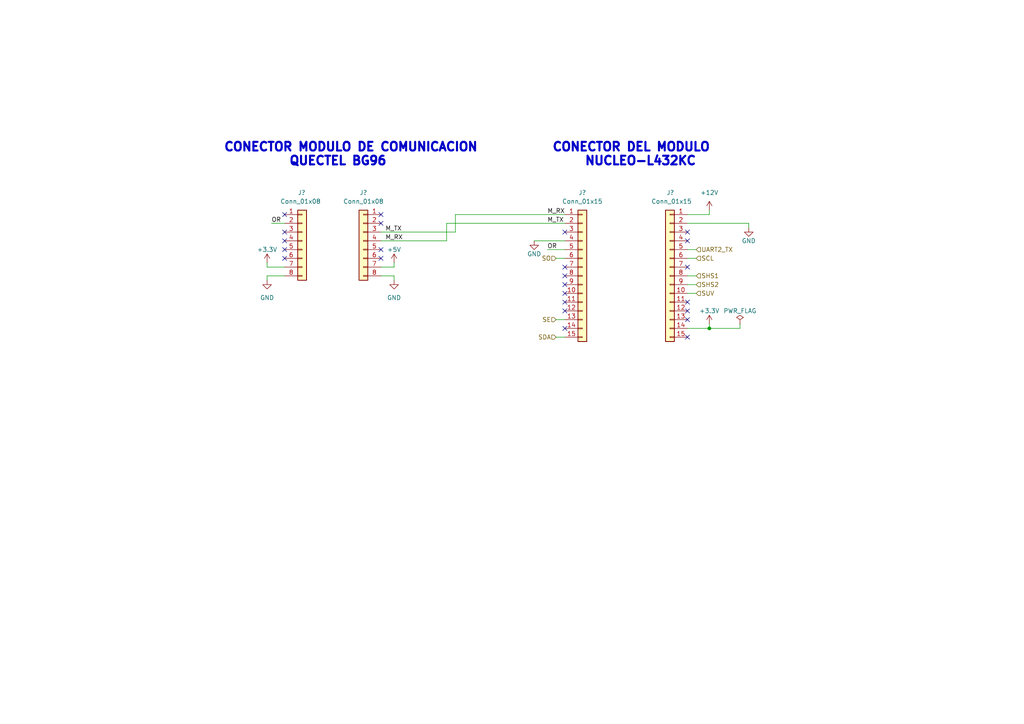
<source format=kicad_sch>
(kicad_sch (version 20230121) (generator eeschema)
  (paper "A4")
  (lib_symbols
    (symbol "Connector_Generic:Conn_01x08" (pin_names (offset 1.016) hide)
      (property "Reference" "J" (at 0 10.16 0))
      (property "Value" "Conn_01x08" (at 0 -12.7 0))
      (symbol "Conn_01x08_1_1"
        (rectangle (start -1.27 -10.033) (end 0 -10.287) (stroke (width 0.1524)))
        (rectangle (start -1.27 -7.493) (end 0 -7.747) (stroke (width 0.1524)))
        (rectangle (start -1.27 -4.953) (end 0 -5.207) (stroke (width 0.1524)))
        (rectangle (start -1.27 -2.413) (end 0 -2.667) (stroke (width 0.1524)))
        (rectangle (start -1.27 0.127) (end 0 -0.127) (stroke (width 0.1524)))
        (rectangle (start -1.27 2.667) (end 0 2.413) (stroke (width 0.1524)))
        (rectangle (start -1.27 5.207) (end 0 4.953) (stroke (width 0.1524)))
        (rectangle (start -1.27 7.747) (end 0 7.493) (stroke (width 0.1524)))
        (rectangle (start -1.27 8.89) (end 1.27 -11.43) (stroke (width 0.254)) (fill (type background)))
        (pin passive line (at -5.08 7.62 0) (length 3.81) (name "Pin_1") (number "1"))
        (pin passive line (at -5.08 5.08 0) (length 3.81) (name "Pin_2") (number "2"))
        (pin passive line (at -5.08 2.54 0) (length 3.81) (name "Pin_3") (number "3"))
        (pin passive line (at -5.08 0 0) (length 3.81) (name "Pin_4") (number "4"))
        (pin passive line (at -5.08 -2.54 0) (length 3.81) (name "Pin_5") (number "5"))
        (pin passive line (at -5.08 -5.08 0) (length 3.81) (name "Pin_6") (number "6"))
        (pin passive line (at -5.08 -7.62 0) (length 3.81) (name "Pin_7") (number "7"))
        (pin passive line (at -5.08 -10.16 0) (length 3.81) (name "Pin_8") (number "8"))
      )
    )
    (symbol "Connector_Generic:Conn_01x15" (pin_names (offset 1.016) hide)
      (property "Reference" "J" (at 0 20.32 0))
      (property "Value" "Conn_01x15" (at 0 -20.32 0))
      (symbol "Conn_01x15_1_1"
        (rectangle (start -1.27 -17.653) (end 0 -17.907) (stroke (width 0.1524)))
        (rectangle (start -1.27 -15.113) (end 0 -15.367) (stroke (width 0.1524)))
        (rectangle (start -1.27 -12.573) (end 0 -12.827) (stroke (width 0.1524)))
        (rectangle (start -1.27 -10.033) (end 0 -10.287) (stroke (width 0.1524)))
        (rectangle (start -1.27 -7.493) (end 0 -7.747) (stroke (width 0.1524)))
        (rectangle (start -1.27 -4.953) (end 0 -5.207) (stroke (width 0.1524)))
        (rectangle (start -1.27 -2.413) (end 0 -2.667) (stroke (width 0.1524)))
        (rectangle (start -1.27 0.127) (end 0 -0.127) (stroke (width 0.1524)))
        (rectangle (start -1.27 2.667) (end 0 2.413) (stroke (width 0.1524)))
        (rectangle (start -1.27 5.207) (end 0 4.953) (stroke (width 0.1524)))
        (rectangle (start -1.27 7.747) (end 0 7.493) (stroke (width 0.1524)))
        (rectangle (start -1.27 10.287) (end 0 10.033) (stroke (width 0.1524)))
        (rectangle (start -1.27 12.827) (end 0 12.573) (stroke (width 0.1524)))
        (rectangle (start -1.27 15.367) (end 0 15.113) (stroke (width 0.1524)))
        (rectangle (start -1.27 17.907) (end 0 17.653) (stroke (width 0.1524)))
        (rectangle (start -1.27 19.05) (end 1.27 -19.05) (stroke (width 0.254)) (fill (type background)))
        (pin passive line (at -5.08 17.78 0) (length 3.81) (name "Pin_1") (number "1"))
        (pin passive line (at -5.08 -5.08 0) (length 3.81) (name "Pin_10") (number "10"))
        (pin passive line (at -5.08 -7.62 0) (length 3.81) (name "Pin_11") (number "11"))
        (pin passive line (at -5.08 -10.16 0) (length 3.81) (name "Pin_12") (number "12"))
        (pin passive line (at -5.08 -12.7 0) (length 3.81) (name "Pin_13") (number "13"))
        (pin passive line (at -5.08 -15.24 0) (length 3.81) (name "Pin_14") (number "14"))
        (pin passive line (at -5.08 -17.78 0) (length 3.81) (name "Pin_15") (number "15"))
        (pin passive line (at -5.08 15.24 0) (length 3.81) (name "Pin_2") (number "2"))
        (pin passive line (at -5.08 12.7 0) (length 3.81) (name "Pin_3") (number "3"))
        (pin passive line (at -5.08 10.16 0) (length 3.81) (name "Pin_4") (number "4"))
        (pin passive line (at -5.08 7.62 0) (length 3.81) (name "Pin_5") (number "5"))
        (pin passive line (at -5.08 5.08 0) (length 3.81) (name "Pin_6") (number "6"))
        (pin passive line (at -5.08 2.54 0) (length 3.81) (name "Pin_7") (number "7"))
        (pin passive line (at -5.08 0 0) (length 3.81) (name "Pin_8") (number "8"))
        (pin passive line (at -5.08 -2.54 0) (length 3.81) (name "Pin_9") (number "9"))
      )
    )
    (symbol "power:+12V" (power) (pin_names (offset 0))
      (property "Value" "+12V" (at 0 3.556 0))
      (symbol "+12V_0_1"
        (polyline (pts (xy -0.762 1.27) (xy 0 2.54)))
        (polyline (pts (xy 0 0) (xy 0 2.54)))
        (polyline (pts (xy 0 2.54) (xy 0.762 1.27)))
      )
      (symbol "+12V_1_1"
        (pin power_in line (at 0 0 90) (length 0) hide (name "+12V") (number "1"))
      )
    )
    (symbol "power:+3.3V" (power) (pin_names (offset 0))
      (property "Value" "+3.3V" (at 0 3.556 0))
      (symbol "+3.3V_0_1"
        (polyline (pts (xy -0.762 1.27) (xy 0 2.54)))
        (polyline (pts (xy 0 0) (xy 0 2.54)))
        (polyline (pts (xy 0 2.54) (xy 0.762 1.27)))
      )
      (symbol "+3.3V_1_1"
        (pin power_in line (at 0 0 90) (length 0) hide (name "+3.3V") (number "1"))
      )
    )
    (symbol "power:+5V" (power) (pin_names (offset 0))
      (property "Value" "+5V" (at 0 3.556 0))
      (symbol "+5V_0_1"
        (polyline (pts (xy -0.762 1.27) (xy 0 2.54)))
        (polyline (pts (xy 0 0) (xy 0 2.54)))
        (polyline (pts (xy 0 2.54) (xy 0.762 1.27)))
      )
      (symbol "+5V_1_1"
        (pin power_in line (at 0 0 90) (length 0) hide (name "+5V") (number "1"))
      )
    )
    (symbol "power:GND" (power) (pin_names (offset 0))
      (property "Value" "GND" (at 0 -3.81 0))
      (symbol "GND_0_1"
        (polyline (pts (xy 0 0) (xy 0 -1.27) (xy 1.27 -1.27) (xy 0 -2.54) (xy -1.27 -1.27) (xy 0 -1.27)))
      )
      (symbol "GND_1_1"
        (pin power_in line (at 0 0 270) (length 0) hide (name "GND") (number "1"))
      )
    )
    (symbol "power:PWR_FLAG" (power) (pin_numbers hide) (pin_names (offset 0) hide)
      (property "Value" "PWR_FLAG" (at 0 3.81 0))
      (symbol "PWR_FLAG_0_0"
        (pin power_out line (at 0 0 90) (length 0) (name "pwr") (number "1"))
      )
      (symbol "PWR_FLAG_0_1"
        (polyline (pts (xy 0 0) (xy 0 1.27) (xy -1.016 1.905) (xy 0 2.54) (xy 1.016 1.905) (xy 0 1.27)))
      )
    )
  )
  (junction (at 205.74 95.25))
  (no_connect (at 110.49 74.93))
  (no_connect (at 82.55 62.23))
  (no_connect (at 163.83 90.17))
  (no_connect (at 82.55 69.85))
  (no_connect (at 199.39 69.85))
  (no_connect (at 199.39 67.31))
  (no_connect (at 110.49 62.23))
  (no_connect (at 82.55 67.31))
  (no_connect (at 199.39 90.17))
  (no_connect (at 199.39 92.71))
  (no_connect (at 199.39 77.47))
  (no_connect (at 163.83 67.31))
  (no_connect (at 163.83 82.55))
  (no_connect (at 163.83 77.47))
  (no_connect (at 163.83 85.09))
  (no_connect (at 199.39 97.79))
  (no_connect (at 110.49 72.39))
  (no_connect (at 163.83 95.25))
  (no_connect (at 199.39 87.63))
  (no_connect (at 82.55 72.39))
  (no_connect (at 82.55 74.93))
  (no_connect (at 110.49 64.77))
  (no_connect (at 163.83 80.01))
  (no_connect (at 163.83 87.63))
  (wire (pts (xy 161.29 97.79) (xy 163.83 97.79)))
  (wire (pts (xy 205.74 95.25) (xy 205.74 93.98)))
  (wire (pts (xy 201.93 74.93) (xy 199.39 74.93)))
  (wire (pts (xy 201.93 72.39) (xy 199.39 72.39)))
  (wire (pts (xy 114.3 80.01) (xy 114.3 81.28)))
  (wire (pts (xy 161.29 92.71) (xy 163.83 92.71)))
  (wire (pts (xy 214.63 95.25) (xy 205.74 95.25)))
  (wire (pts (xy 201.93 85.09) (xy 199.39 85.09)))
  (wire (pts (xy 199.39 62.23) (xy 205.74 62.23)))
  (wire (pts (xy 110.49 80.01) (xy 114.3 80.01)))
  (wire (pts (xy 132.08 62.23) (xy 132.08 67.31)))
  (wire (pts (xy 132.08 62.23) (xy 163.83 62.23)))
  (wire (pts (xy 110.49 77.47) (xy 114.3 77.47)))
  (wire (pts (xy 110.49 69.85) (xy 129.54 69.85)))
  (wire (pts (xy 114.3 77.47) (xy 114.3 76.2)))
  (wire (pts (xy 82.55 80.01) (xy 77.47 80.01)))
  (wire (pts (xy 214.63 93.98) (xy 214.63 95.25)))
  (wire (pts (xy 82.55 77.47) (xy 77.47 77.47)))
  (wire (pts (xy 77.47 80.01) (xy 77.47 81.28)))
  (wire (pts (xy 158.75 72.39) (xy 163.83 72.39)))
  (wire (pts (xy 110.49 67.31) (xy 132.08 67.31)))
  (wire (pts (xy 77.47 77.47) (xy 77.47 76.2)))
  (wire (pts (xy 201.93 82.55) (xy 199.39 82.55)))
  (wire (pts (xy 217.17 64.77) (xy 199.39 64.77)))
  (wire (pts (xy 201.93 80.01) (xy 199.39 80.01)))
  (wire (pts (xy 199.39 95.25) (xy 205.74 95.25)))
  (wire (pts (xy 205.74 62.23) (xy 205.74 60.96)))
  (wire (pts (xy 129.54 64.77) (xy 129.54 69.85)))
  (wire (pts (xy 163.83 69.85) (xy 154.94 69.85)))
  (wire (pts (xy 129.54 64.77) (xy 163.83 64.77)))
  (wire (pts (xy 161.29 74.93) (xy 163.83 74.93)))
  (wire (pts (xy 217.17 66.04) (xy 217.17 64.77)))
  (wire (pts (xy 78.74 64.77) (xy 82.55 64.77)))
  (text "CONECTOR DEL MODULO \n	NUCLEO-L432KC\n" (at 160.02 48.26 0) (effects (font (size 2.5 2.5) (thickness 0.6) bold) (justify left bottom)))
  (text "CONECTOR MODULO DE COMUNICACION \n	     QUECTEL BG96\n" (at 64.77 48.26 0) (effects (font (size 2.5 2.5) (thickness 0.6) bold) (justify left bottom)))
  (label "M_TX" (at 158.75 64.77 0))
  (label "M_RX" (at 111.76 69.85 0))
  (label "OR" (at 78.74 64.77 0))
  (label "M_RX" (at 158.75 62.23 0))
  (label "M_TX" (at 111.76 67.31 0))
  (label "OR" (at 158.75 72.39 0))
  (hierarchical_label "SHS1" (shape input) (at 201.93 80.01 0))
  (hierarchical_label "SUV" (shape input) (at 201.93 85.09 0))
  (hierarchical_label "SCL" (shape input) (at 201.93 74.93 0))
  (hierarchical_label "SO" (shape input) (at 161.29 74.93 180))
  (hierarchical_label "SDA" (shape input) (at 161.29 97.79 180))
  (hierarchical_label "SE" (shape input) (at 161.29 92.71 180))
  (hierarchical_label "SHS2" (shape input) (at 201.93 82.55 0))
  (hierarchical_label "UART2_TX" (shape input) (at 201.93 72.39 0))
  (symbol (lib_id "power:GND") (at 154.94 69.85 0) (mirror y) (unit 1)
    (property "Reference" "#PWR?" (effects hide))
    (property "Value" "GND" (at 154.94 73.66 0))
    (instances (project "board_pf_cese" (path "" (reference "#PWR?") (unit 1)) (path "" (reference "#PWR028") (unit 1))))
  )
  (symbol (lib_id "power:+12V") (at 205.74 60.96 0) (unit 1)
    (property "Reference" "#PWR?" (effects hide))
    (property "Value" "+12V" (at 205.74 55.88 0))
    (instances (project "board_pf_cese" (path "" (reference "#PWR?") (unit 1)) (path "" (reference "#PWR029") (unit 1))))
  )
  (symbol (lib_id "power:PWR_FLAG") (at 214.63 93.98 0) (unit 1)
    (property "Reference" "#FLG?" (effects hide))
    (property "Value" "PWR_FLAG" (at 214.63 90.17 0))
    (instances (project "board_pf_cese" (path "" (reference "#FLG?") (unit 1)) (path "" (reference "#FLG01") (unit 1))))
  )
  (symbol (lib_id "power:+3.3V") (at 77.47 76.2 0) (unit 1)
    (property "Reference" "#PWR?" (effects hide))
    (property "Value" "+3.3V" (at 77.47 72.39 0))
    (instances (project "board_pf_cese" (path "" (reference "#PWR?") (unit 1)) (path "" (reference "#PWR017") (unit 1))))
  )
  (symbol (lib_id "Connector_Generic:Conn_01x08") (at 87.63 69.85 0) (unit 1)
    (property "Reference" "J?" (at 86.36 55.88 0) (effects (justify left)))
    (property "Value" "Conn_01x08" (at 81.28 58.42 0) (effects (justify left)))
    (property "Footprint" "Connector_PinSocket_2.54mm:PinSocket_1x08_P2.54mm_Vertical" (effects hide))
    (instances (project "board_pf_cese" (path "" (reference "J?") (unit 1)) (path "" (reference "J8") (unit 1))))
  )
  (symbol (lib_id "power:GND") (at 217.17 66.04 0) (mirror y) (unit 1)
    (property "Reference" "#PWR?" (effects hide))
    (property "Value" "GND" (at 217.17 69.85 0))
    (instances (project "board_pf_cese" (path "" (reference "#PWR?") (unit 1)) (path "" (reference "#PWR031") (unit 1))))
  )
  (symbol (lib_id "power:GND") (at 114.3 81.28 0) (unit 1)
    (property "Reference" "#PWR?" (effects hide))
    (property "Value" "GND" (at 114.3 86.36 0))
    (instances (project "board_pf_cese" (path "" (reference "#PWR?") (unit 1)) (path "" (reference "#PWR027") (unit 1))))
  )
  (symbol (lib_id "Connector_Generic:Conn_01x08") (at 105.41 69.85 0) (mirror y) (unit 1)
    (property "Reference" "J?" (at 105.41 55.88 0))
    (property "Value" "Conn_01x08" (at 105.41 58.42 0))
    (property "Footprint" "Connector_PinSocket_2.54mm:PinSocket_1x08_P2.54mm_Vertical" (effects hide))
    (instances (project "board_pf_cese" (path "" (reference "J?") (unit 1)) (path "" (reference "J9") (unit 1))))
  )
  (symbol (lib_id "Connector_Generic:Conn_01x15") (at 194.31 80.01 0) (mirror y) (unit 1)
    (property "Reference" "J?" (at 195.58 55.88 0) (effects (justify left)))
    (property "Value" "Conn_01x15" (at 200.66 58.42 0) (effects (justify left)))
    (property "Footprint" "Connector_PinSocket_2.54mm:PinSocket_1x15_P2.54mm_Vertical" (effects hide))
    (instances (project "board_pf_cese" (path "" (reference "J?") (unit 1)) (path "" (reference "J13") (unit 1))))
  )
  (symbol (lib_id "power:GND") (at 77.47 81.28 0) (unit 1)
    (property "Reference" "#PWR?" (effects hide))
    (property "Value" "GND" (at 77.47 86.36 0))
    (instances (project "board_pf_cese" (path "" (reference "#PWR?") (unit 1)) (path "" (reference "#PWR019") (unit 1))))
  )
  (symbol (lib_id "power:+5V") (at 114.3 76.2 0) (unit 1)
    (property "Reference" "#PWR?" (effects hide))
    (property "Value" "+5V" (at 114.3 72.39 0))
    (instances (project "board_pf_cese" (path "" (reference "#PWR?") (unit 1)) (path "" (reference "#PWR023") (unit 1))))
  )
  (symbol (lib_id "Connector_Generic:Conn_01x15") (at 168.91 80.01 0) (unit 1)
    (property "Reference" "J?" (at 168.91 55.88 0))
    (property "Value" "Conn_01x15" (at 168.91 58.42 0))
    (property "Footprint" "Connector_PinSocket_2.54mm:PinSocket_1x15_P2.54mm_Vertical" (effects hide))
    (instances (project "board_pf_cese" (path "" (reference "J?") (unit 1)) (path "" (reference "J12") (unit 1))))
  )
  (symbol (lib_id "power:+3.3V") (at 205.74 93.98 0) (mirror y) (unit 1)
    (property "Reference" "#PWR?" (effects hide))
    (property "Value" "+3.3V" (at 205.74 90.17 0))
    (instances (project "board_pf_cese" (path "" (reference "#PWR?") (unit 1)) (path "" (reference "#PWR030") (unit 1))))
  )
)
</source>
